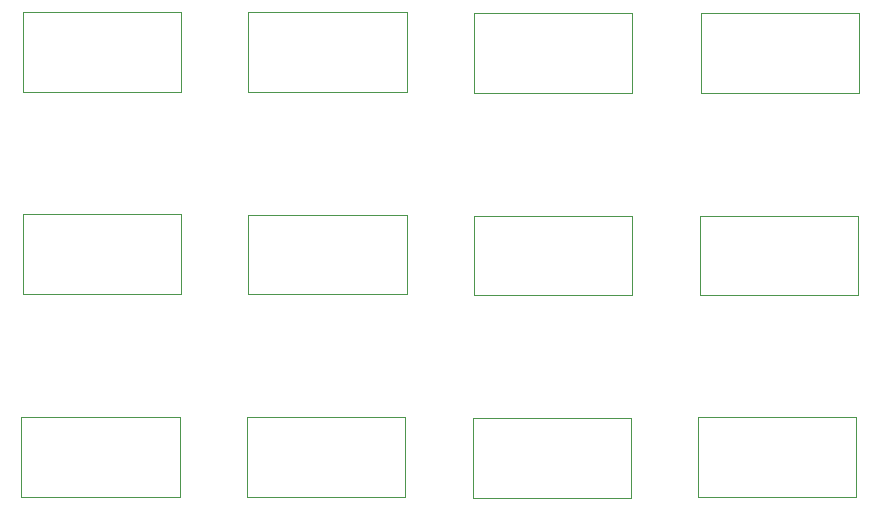
<source format=gbr>
%TF.GenerationSoftware,KiCad,Pcbnew,5.1.10-88a1d61d58~90~ubuntu20.04.1*%
%TF.CreationDate,2022-01-17T11:14:37+00:00*%
%TF.ProjectId,grove_adaptor_panel,67726f76-655f-4616-9461-70746f725f70,rev?*%
%TF.SameCoordinates,Original*%
%TF.FileFunction,Other,User*%
%FSLAX46Y46*%
G04 Gerber Fmt 4.6, Leading zero omitted, Abs format (unit mm)*
G04 Created by KiCad (PCBNEW 5.1.10-88a1d61d58~90~ubuntu20.04.1) date 2022-01-17 11:14:37*
%MOMM*%
%LPD*%
G01*
G04 APERTURE LIST*
%ADD10C,0.050000*%
G04 APERTURE END LIST*
D10*
%TO.C,J1*%
X133543000Y-108172000D02*
X133543000Y-114922000D01*
X133543000Y-114922000D02*
X146943000Y-114922000D01*
X146943000Y-114922000D02*
X146943000Y-108172000D01*
X146943000Y-108172000D02*
X133543000Y-108172000D01*
X152720000Y-91027000D02*
X152720000Y-97777000D01*
X152720000Y-97777000D02*
X166120000Y-97777000D01*
X166120000Y-97777000D02*
X166120000Y-91027000D01*
X166120000Y-91027000D02*
X152720000Y-91027000D01*
X133543000Y-91027000D02*
X133543000Y-97777000D01*
X133543000Y-97777000D02*
X146943000Y-97777000D01*
X146943000Y-97777000D02*
X146943000Y-91027000D01*
X146943000Y-91027000D02*
X133543000Y-91027000D01*
X114429500Y-108108500D02*
X114429500Y-114858500D01*
X114429500Y-114858500D02*
X127829500Y-114858500D01*
X127829500Y-114858500D02*
X127829500Y-108108500D01*
X127829500Y-108108500D02*
X114429500Y-108108500D01*
X95199000Y-125215500D02*
X95199000Y-131965500D01*
X95199000Y-131965500D02*
X108599000Y-131965500D01*
X108599000Y-131965500D02*
X108599000Y-125215500D01*
X108599000Y-125215500D02*
X95199000Y-125215500D01*
X95326000Y-108070500D02*
X95326000Y-114820500D01*
X95326000Y-114820500D02*
X108726000Y-114820500D01*
X108726000Y-114820500D02*
X108726000Y-108070500D01*
X108726000Y-108070500D02*
X95326000Y-108070500D01*
X152509500Y-125237500D02*
X152509500Y-131987500D01*
X152509500Y-131987500D02*
X165909500Y-131987500D01*
X165909500Y-131987500D02*
X165909500Y-125237500D01*
X165909500Y-125237500D02*
X152509500Y-125237500D01*
X133406000Y-125301000D02*
X133406000Y-132051000D01*
X133406000Y-132051000D02*
X146806000Y-132051000D01*
X146806000Y-132051000D02*
X146806000Y-125301000D01*
X146806000Y-125301000D02*
X133406000Y-125301000D01*
X114302500Y-125237500D02*
X114302500Y-131987500D01*
X114302500Y-131987500D02*
X127702500Y-131987500D01*
X127702500Y-131987500D02*
X127702500Y-125237500D01*
X127702500Y-125237500D02*
X114302500Y-125237500D01*
X152636500Y-108175500D02*
X152636500Y-114925500D01*
X152636500Y-114925500D02*
X166036500Y-114925500D01*
X166036500Y-114925500D02*
X166036500Y-108175500D01*
X166036500Y-108175500D02*
X152636500Y-108175500D01*
X114429500Y-90967000D02*
X114429500Y-97717000D01*
X114429500Y-97717000D02*
X127829500Y-97717000D01*
X127829500Y-97717000D02*
X127829500Y-90967000D01*
X127829500Y-90967000D02*
X114429500Y-90967000D01*
X95326000Y-90967000D02*
X95326000Y-97717000D01*
X95326000Y-97717000D02*
X108726000Y-97717000D01*
X108726000Y-97717000D02*
X108726000Y-90967000D01*
X108726000Y-90967000D02*
X95326000Y-90967000D01*
%TD*%
M02*

</source>
